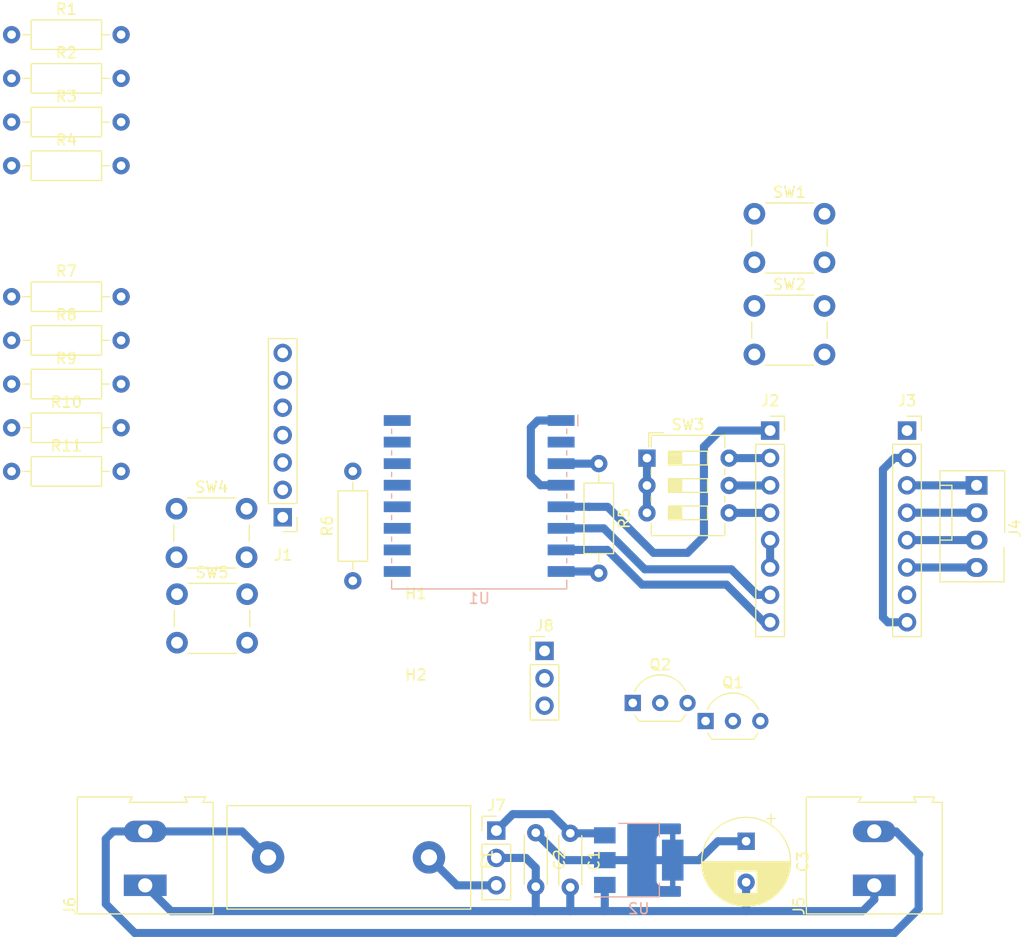
<source format=kicad_pcb>
(kicad_pcb (version 20221018) (generator pcbnew)
  (layers (0 "F.Cu" signal) (31 "B.Cu" signal) (34 "B.Paste" user) (35 "F.Paste" user) (36 "B.SilkS" user "B.Silkscreen") (37 "F.SilkS" user "F.Silkscreen") (38 "B.Mask" user) (39 "F.Mask" user) (44 "Edge.Cuts" user))
  (net 0 "")
  (net 1 "GND")
  (net 2 "VCC")
  (net 3 "+12V")
  (net 4 "ToRX")
  (net 5 "ToTX")
  (net 6 "Sleep")
  (net 7 "Net-(J5-Pin_2)")
  (net 8 "Step")
  (net 9 "Dir")
  (net 10 "Net-(Q1-B)")
  (net 11 "ToRST")
  (net 12 "ToFlash")
  (net 13 "Net-(Q2-B)")
  (net 14 "Net-(U1-EN)")
  (net 15 "Net-(U1-GPIO15)")
  (net 16 "Button1")
  (net 17 "Button2")
  (net 18 "ToHall")
  (net 19 "Net-(SW1-Pad1)")
  (net 21 "Net-(J7-Pin_1)")
  (net 22 "Net-(J1-Pin_1)")
  (net 24 "Net-(J1-Pin_7)")
  (net 25 "Net-(J2-Pin_2)")
  (net 26 "Net-(J2-Pin_3)")
  (net 27 "Net-(J2-Pin_4)")
  (net 28 "Net-(J2-Pin_5)")
  (net 29 "Net-(J3-Pin_3)")
  (net 30 "Net-(J3-Pin_4)")
  (net 31 "Net-(J3-Pin_5)")
  (net 32 "Net-(J3-Pin_6)")
  (net 33 "Net-(J8-Pin_1)")
  (footprint "Resistor_THT:R_Axial_DIN0207_L6.3mm_D2.5mm_P10.16mm_Horizontal" (layer "F.Cu") (at 145.9992 27.7368)
    (fp_text reference "R1" (at 5.08 -2.37) (layer "F.SilkS"))
    (fp_text value "10k")
    (pad "1" thru_hole circle (at 0 0) (size 1.6 1.6) (drill 0.8) (layers "*.Cu" "*.Mask") (net 2 "VCC"))
    (pad "2" thru_hole oval (at 10.16 0) (size 1.6 1.6) (drill 0.8) (layers "*.Cu" "*.Mask") (net 12 "ToFlash"))
  )
  (footprint "Package_TO_SOT_THT:TO-92L_Inline_Wide" (layer "F.Cu") (at 203.6108 89.7158)
    (fp_text reference "Q2" (at 2.54 -3.56) (layer "F.SilkS"))
    (fp_text value "SS8050")
    (pad "1" thru_hole rect (at 0 0) (size 1.5 1.5) (drill 0.8) (layers "*.Cu" "*.Mask") (net 12 "ToFlash"))
    (pad "2" thru_hole circle (at 2.54 0) (size 1.5 1.5) (drill 0.8) (layers "*.Cu" "*.Mask") (net 13 "Net-(Q2-B)"))
    (pad "3" thru_hole circle (at 5.08 0) (size 1.5 1.5) (drill 0.8) (layers "*.Cu" "*.Mask") (net 24 "Net-(J1-Pin_7)"))
  )
  (footprint "Resistor_THT:R_Axial_DIN0207_L6.3mm_D2.5mm_P10.16mm_Horizontal" (layer "F.Cu") (at 145.9992 60.1368)
    (fp_text reference "R9" (at 5.08 -2.37) (layer "F.SilkS"))
    (fp_text value "10k")
    (pad "1" thru_hole circle (at 0 0) (size 1.6 1.6) (drill 0.8) (layers "*.Cu" "*.Mask") (net 18 "ToHall"))
    (pad "2" thru_hole oval (at 10.16 0) (size 1.6 1.6) (drill 0.8) (layers "*.Cu" "*.Mask") (net 1 "GND"))
  )
  (footprint "Resistor_THT:R_Axial_DIN0207_L6.3mm_D2.5mm_P10.16mm_Horizontal" (layer "F.Cu") (at 145.9992 56.0868)
    (fp_text reference "R8" (at 5.08 -2.37) (layer "F.SilkS"))
    (fp_text value "10k")
    (pad "1" thru_hole circle (at 0 0) (size 1.6 1.6) (drill 0.8) (layers "*.Cu" "*.Mask") (net 33 "Net-(J8-Pin_1)"))
    (pad "2" thru_hole oval (at 10.16 0) (size 1.6 1.6) (drill 0.8) (layers "*.Cu" "*.Mask") (net 18 "ToHall"))
  )
  (footprint "TerminalBlock:TerminalBlock_Altech_AK300-2_P5.00mm" (layer "F.Cu") (at 158.3944 106.6292 90)
    (fp_text reference "J6" (at -1.92 -6.99 90) (layer "F.SilkS"))
    (fp_text value "Power Input")
    (pad "1" thru_hole rect (at 0 0 90) (size 1.98 3.96) (drill 1.32) (layers "*.Cu" "*.Mask") (net 1 "GND"))
    (pad "2" thru_hole oval (at 5 0 90) (size 1.98 3.96) (drill 1.32) (layers "*.Cu" "*.Mask") (net 7 "Net-(J5-Pin_2)"))
  )
  (footprint "Connector:FanPinHeader_1x04_P2.54mm_Vertical" (layer "F.Cu") (at 235.4988 69.5302 -90)
    (fp_text reference "J4" (at 4 -3.55 90) (layer "F.SilkS"))
    (fp_text value "Conn_01x04_Socket")
    (pad "" np_thru_hole circle (at 5.08 -2.16) (size 1.1 1.1) (drill 1.1) (layers "*.Cu" "*.Mask"))
    (pad "1" thru_hole rect (at 0 0) (size 2.03 1.73) (drill 1.02) (layers "*.Cu" "*.Mask") (net 29 "Net-(J3-Pin_3)"))
    (pad "2" thru_hole oval (at 2.54 0) (size 2.03 1.73) (drill 1.02) (layers "*.Cu" "*.Mask") (net 30 "Net-(J3-Pin_4)"))
    (pad "3" thru_hole oval (at 5.08 0) (size 2.03 1.73) (drill 1.02) (layers "*.Cu" "*.Mask") (net 31 "Net-(J3-Pin_5)"))
    (pad "4" thru_hole oval (at 7.62 0) (size 2.03 1.73) (drill 1.02) (layers "*.Cu" "*.Mask") (net 32 "Net-(J3-Pin_6)"))
  )
  (footprint "Capacitor_THT:CP_Radial_D8.0mm_P3.80mm" (layer "F.Cu") (at 214.122 102.540549 -90)
    (fp_text reference "C3" (at 1.9 -5.25 90) (layer "F.SilkS"))
    (fp_text value "470u")
    (pad "1" thru_hole rect (at 0 0 270) (size 1.6 1.6) (drill 0.8) (layers "*.Cu" "*.Mask") (net 2 "VCC"))
    (pad "2" thru_hole circle (at 3.8 0 270) (size 1.6 1.6) (drill 0.8) (layers "*.Cu" "*.Mask") (net 1 "GND"))
  )
  (footprint "Package_TO_SOT_THT:TO-92L_Inline_Wide" (layer "F.Cu") (at 210.3628 91.3892)
    (fp_text reference "Q1" (at 2.54 -3.56) (layer "F.SilkS"))
    (fp_text value "SS8050")
    (pad "1" thru_hole rect (at 0 0) (size 1.5 1.5) (drill 0.8) (layers "*.Cu" "*.Mask") (net 22 "Net-(J1-Pin_1)"))
    (pad "2" thru_hole circle (at 2.54 0) (size 1.5 1.5) (drill 0.8) (layers "*.Cu" "*.Mask") (net 10 "Net-(Q1-B)"))
    (pad "3" thru_hole circle (at 5.08 0) (size 1.5 1.5) (drill 0.8) (layers "*.Cu" "*.Mask") (net 11 "ToRST"))
  )
  (footprint "Connector_PinHeader_2.54mm:PinHeader_1x03_P2.54mm_Vertical" (layer "F.Cu") (at 195.4276 84.8868)
    (fp_text reference "J8" (at 0 -2.33) (layer "F.SilkS"))
    (fp_text value "Conn_01x03_Pin")
    (pad "1" thru_hole rect (at 0 0) (size 1.7 1.7) (drill 1) (layers "*.Cu" "*.Mask") (net 33 "Net-(J8-Pin_1)"))
    (pad "2" thru_hole oval (at 0 2.54) (size 1.7 1.7) (drill 1) (layers "*.Cu" "*.Mask") (net 1 "GND"))
    (pad "3" thru_hole oval (at 0 5.08) (size 1.7 1.7) (drill 1) (layers "*.Cu" "*.Mask") (net 2 "VCC"))
  )
  (footprint "Button_Switch_THT:SW_PUSH_6mm" (layer "F.Cu") (at 214.89 52.8948)
    (fp_text reference "SW2" (at 3.25 -2) (layer "F.SilkS"))
    (fp_text value "Reset")
    (pad "1" thru_hole circle (at 0 0 90) (size 2 2) (drill 1.1) (layers "*.Cu" "*.Mask") (net 19 "Net-(SW1-Pad1)"))
    (pad "1" thru_hole circle (at 6.5 0 90) (size 2 2) (drill 1.1) (layers "*.Cu" "*.Mask") (net 19 "Net-(SW1-Pad1)"))
    (pad "2" thru_hole circle (at 0 4.5 90) (size 2 2) (drill 1.1) (layers "*.Cu" "*.Mask") (net 11 "ToRST"))
    (pad "2" thru_hole circle (at 6.5 4.5 90) (size 2 2) (drill 1.1) (layers "*.Cu" "*.Mask") (net 11 "ToRST"))
  )
  (footprint "MyComponents:Fuseholder_Cylinder-5x20mm_Stelvio-Kontek_PTF76_Horizontal_Open" (layer "F.Cu") (at 165.9763 104.0384)
    (fp_text reference "F1" (at 24.13 0.185375 90) (layer "F.SilkS"))
    (fp_text value "5x20")
    (pad "1" thru_hole circle (at 3.81 0) (size 3 3) (drill 1.5) (layers "*.Cu" "*.Mask") (net 7 "Net-(J5-Pin_2)"))
    (pad "2" thru_hole circle (at 18.7325 0) (size 3 3) (drill 1.5) (layers "*.Cu" "*.Mask") (net 3 "+12V"))
  )
  (footprint "Resistor_THT:R_Axial_DIN0207_L6.3mm_D2.5mm_P10.16mm_Horizontal" (layer "F.Cu") (at 200.4568 67.5132 -90)
    (fp_text reference "R5" (at 5.08 -2.37 90) (layer "F.SilkS"))
    (fp_text value "10k")
    (pad "1" thru_hole circle (at 0 0 270) (size 1.6 1.6) (drill 0.8) (layers "*.Cu" "*.Mask") (net 14 "Net-(U1-EN)"))
    (pad "2" thru_hole oval (at 10.16 0 270) (size 1.6 1.6) (drill 0.8) (layers "*.Cu" "*.Mask") (net 2 "VCC"))
  )
  (footprint "Resistor_THT:R_Axial_DIN0207_L6.3mm_D2.5mm_P10.16mm_Horizontal" (layer "F.Cu") (at 177.6476 78.3844 90)
    (fp_text reference "R6" (at 5.08 -2.37 90) (layer "F.SilkS"))
    (fp_text value "10k")
    (pad "1" thru_hole circle (at 0 0 90) (size 1.6 1.6) (drill 0.8) (layers "*.Cu" "*.Mask") (net 15 "Net-(U1-GPIO15)"))
    (pad "2" thru_hole oval (at 10.16 0 90) (size 1.6 1.6) (drill 0.8) (layers "*.Cu" "*.Mask") (net 1 "GND"))
  )
  (footprint "TerminalBlock:TerminalBlock_Altech_AK300-2_P5.00mm" (layer "F.Cu") (at 226.0092 106.6292 90)
    (fp_text reference "J5" (at -1.92 -6.99 90) (layer "F.SilkS"))
    (fp_text value "Power Input")
    (pad "1" thru_hole rect (at 0 0 90) (size 1.98 3.96) (drill 1.32) (layers "*.Cu" "*.Mask") (net 1 "GND"))
    (pad "2" thru_hole oval (at 5 0 90) (size 1.98 3.96) (drill 1.32) (layers "*.Cu" "*.Mask") (net 7 "Net-(J5-Pin_2)"))
  )
  (footprint "Resistor_THT:R_Axial_DIN0207_L6.3mm_D2.5mm_P10.16mm_Horizontal" (layer "F.Cu") (at 145.9992 68.2368)
    (fp_text reference "R11" (at 5.08 -2.37) (layer "F.SilkS"))
    (fp_text value "10k")
    (pad "1" thru_hole circle (at 0 0) (size 1.6 1.6) (drill 0.8) (layers "*.Cu" "*.Mask") (net 17 "Button2"))
    (pad "2" thru_hole oval (at 10.16 0) (size 1.6 1.6) (drill 0.8) (layers "*.Cu" "*.Mask") (net 2 "VCC"))
  )
  (footprint "MountingHole:MountingHole_3mm" (layer "F.Cu") (at 183.49 91.1148)
    (fp_text reference "H2" (at 0 -4) (layer "F.SilkS"))
    (fp_text value "MountingHole")
    (pad "" np_thru_hole circle (at 0 0) (size 3 3) (drill 3) (layers "*.Cu" "*.Mask"))
  )
  (footprint "Button_Switch_THT:SW_DIP_SPSTx03_Slide_6.7x9.18mm_W7.62mm_P2.54mm_LowProfile" (layer "F.Cu") (at 204.9272 67.0052)
    (fp_text reference "SW3" (at 3.81 -3.11) (layer "F.SilkS"))
    (fp_text value "SW_DIP_x03")
    (pad "1" thru_hole rect (at 0 0) (size 1.6 1.6) (drill 0.8) (layers "*.Cu" "*.Mask") (net 2 "VCC"))
    (pad "2" thru_hole oval (at 0 2.54) (size 1.6 1.6) (drill 0.8) (layers "*.Cu" "*.Mask") (net 2 "VCC"))
    (pad "3" thru_hole oval (at 0 5.08) (size 1.6 1.6) (drill 0.8) (layers "*.Cu" "*.Mask") (net 2 "VCC"))
    (pad "4" thru_hole oval (at 7.62 5.08) (size 1.6 1.6) (drill 0.8) (layers "*.Cu" "*.Mask") (net 27 "Net-(J2-Pin_4)"))
    (pad "5" thru_hole oval (at 7.62 2.54) (size 1.6 1.6) (drill 0.8) (layers "*.Cu" "*.Mask") (net 26 "Net-(J2-Pin_3)"))
    (pad "6" thru_hole oval (at 7.62 0) (size 1.6 1.6) (drill 0.8) (layers "*.Cu" "*.Mask") (net 25 "Net-(J2-Pin_2)"))
  )
  (footprint "Resistor_THT:R_Axial_DIN0207_L6.3mm_D2.5mm_P10.16mm_Horizontal" (layer "F.Cu") (at 145.9992 52.0368)
    (fp_text reference "R7" (at 5.08 -2.37) (layer "F.SilkS"))
    (fp_text value "10k")
    (pad "1" thru_hole circle (at 0 0) (size 1.6 1.6) (drill 0.8) (layers "*.Cu" "*.Mask") (net 2 "VCC"))
    (pad "2" thru_hole oval (at 10.16 0) (size 1.6 1.6) (drill 0.8) (layers "*.Cu" "*.Mask") (net 33 "Net-(J8-Pin_1)"))
  )
  (footprint "Capacitor_THT:C_Disc_D4.3mm_W1.9mm_P5.00mm" (layer "F.Cu") (at 194.6148 101.7524 -90)
    (fp_text reference "C2" (at 2.5 -2.2 90) (layer "F.SilkS"))
    (fp_text value "100n")
    (pad "1" thru_hole circle (at 0 0 270) (size 1.6 1.6) (drill 0.8) (layers "*.Cu" "*.Mask") (net 2 "VCC"))
    (pad "2" thru_hole circle (at 5 0 270) (size 1.6 1.6) (drill 0.8) (layers "*.Cu" "*.Mask") (net 1 "GND"))
  )
  (footprint "Button_Switch_THT:SW_PUSH_6mm" (layer "F.Cu") (at 214.89 44.3448)
    (fp_text reference "SW1" (at 3.25 -2) (layer "F.SilkS"))
    (fp_text value "Flash")
    (pad "1" thru_hole circle (at 0 0 90) (size 2 2) (drill 1.1) (layers "*.Cu" "*.Mask") (net 19 "Net-(SW1-Pad1)"))
    (pad "1" thru_hole circle (at 6.5 0 90) (size 2 2) (drill 1.1) (layers "*.Cu" "*.Mask") (net 19 "Net-(SW1-Pad1)"))
    (pad "2" thru_hole circle (at 0 4.5 90) (size 2 2) (drill 1.1) (layers "*.Cu" "*.Mask") (net 12 "ToFlash"))
    (pad "2" thru_hole circle (at 6.5 4.5 90) (size 2 2) (drill 1.1) (layers "*.Cu" "*.Mask") (net 12 "ToFlash"))
  )
  (footprint "Capacitor_THT:C_Disc_D4.3mm_W1.9mm_P5.00mm" (layer "F.Cu") (at 197.8152 101.8032 -90)
    (fp_text reference "C1" (at 2.5 -2.2 90) (layer "F.SilkS"))
    (fp_text value "100n")
    (pad "1" thru_hole circle (at 0 0 270) (size 1.6 1.6) (drill 0.8) (layers "*.Cu" "*.Mask") (net 21 "Net-(J7-Pin_1)"))
    (pad "2" thru_hole circle (at 5 0 270) (size 1.6 1.6) (drill 0.8) (layers "*.Cu" "*.Mask") (net 1 "GND"))
  )
  (footprint "Resistor_THT:R_Axial_DIN0207_L6.3mm_D2.5mm_P10.16mm_Horizontal" (layer "F.Cu") (at 145.9992 31.7868)
    (fp_text reference "R2" (at 5.08 -2.37) (layer "F.SilkS"))
    (fp_text value "10k")
    (pad "1" thru_hole circle (at 0 0) (size 1.6 1.6) (drill 0.8) (layers "*.Cu" "*.Mask") (net 2 "VCC"))
    (pad "2" thru_hole oval (at 10.16 0) (size 1.6 1.6) (drill 0.8) (layers "*.Cu" "*.Mask") (net 11 "ToRST"))
  )
  (footprint "Button_Switch_THT:SW_PUSH_6mm" (layer "F.Cu") (at 161.2924 71.7)
    (fp_text reference "SW4" (at 3.25 -2) (layer "F.SilkS"))
    (fp_text value "Up")
    (pad "1" thru_hole circle (at 0 0 90) (size 2 2) (drill 1.1) (layers "*.Cu" "*.Mask") (net 1 "GND"))
    (pad "1" thru_hole circle (at 6.5 0 90) (size 2 2) (drill 1.1) (layers "*.Cu" "*.Mask") (net 1 "GND"))
    (pad "2" thru_hole circle (at 0 4.5 90) (size 2 2) (drill 1.1) (layers "*.Cu" "*.Mask") (net 16 "Button1"))
    (pad "2" thru_hole circle (at 6.5 4.5 90) (size 2 2) (drill 1.1) (layers "*.Cu" "*.Mask") (net 16 "Button1"))
  )
  (footprint "Button_Switch_THT:SW_PUSH_6mm" (layer "F.Cu") (at 161.3432 79.6248)
    (fp_text reference "SW5" (at 3.25 -2) (layer "F.SilkS"))
    (fp_text value "Down")
    (pad "1" thru_hole circle (at 0 0 90) (size 2 2) (drill 1.1) (layers "*.Cu" "*.Mask") (net 1 "GND"))
    (pad "1" thru_hole circle (at 6.5 0 90) (size 2 2) (drill 1.1) (layers "*.Cu" "*.Mask") (net 1 "GND"))
    (pad "2" thru_hole circle (at 0 4.5 90) (size 2 2) (drill 1.1) (layers "*.Cu" "*.Mask") (net 17 "Button2"))
    (pad "2" thru_hole circle (at 6.5 4.5 90) (size 2 2) (drill 1.1) (layers "*.Cu" "*.Mask") (net 17 "Button2"))
  )
  (footprint "Connector_PinSocket_2.54mm:PinSocket_1x08_P2.54mm_Vertical" (layer "F.Cu") (at 216.3472 64.4502)
    (fp_text reference "J2" (at 0 -2.77) (layer "F.SilkS"))
    (fp_text value "Conn_01x08_Pin")
    (pad "1" thru_hole rect (at 0 0) (size 1.7 1.7) (drill 1) (layers "*.Cu" "*.Mask") (net 6 "Sleep"))
    (pad "2" thru_hole oval (at 0 2.54) (size 1.7 1.7) (drill 1) (layers "*.Cu" "*.Mask") (net 25 "Net-(J2-Pin_2)"))
    (pad "3" thru_hole oval (at 0 5.08) (size 1.7 1.7) (drill 1) (layers "*.Cu" "*.Mask") (net 26 "Net-(J2-Pin_3)"))
    (pad "4" thru_hole oval (at 0 7.62) (size 1.7 1.7) (drill 1) (layers "*.Cu" "*.Mask") (net 27 "Net-(J2-Pin_4)"))
    (pad "5" thru_hole oval (at 0 10.16) (size 1.7 1.7) (drill 1) (layers "*.Cu" "*.Mask") (net 28 "Net-(J2-Pin_5)"))
    (pad "6" thru_hole oval (at 0 12.7) (size 1.7 1.7) (drill 1) (layers "*.Cu" "*.Mask") (net 28 "Net-(J2-Pin_5)"))
    (pad "7" thru_hole oval (at 0 15.24) (size 1.7 1.7) (drill 1) (layers "*.Cu" "*.Mask") (net 8 "Step"))
    (pad "8" thru_hole oval (at 0 17.78) (size 1.7 1.7) (drill 1) (layers "*.Cu" "*.Mask") (net 9 "Dir"))
  )
  (footprint "Resistor_THT:R_Axial_DIN0207_L6.3mm_D2.5mm_P10.16mm_Horizontal" (layer "F.Cu") (at 145.9992 64.1868)
    (fp_text reference "R10" (at 5.08 -2.37) (layer "F.SilkS"))
    (fp_text value "10k")
    (pad "1" thru_hole circle (at 0 0) (size 1.6 1.6) (drill 0.8) (layers "*.Cu" "*.Mask") (net 2 "VCC"))
    (pad "2" thru_hole oval (at 10.16 0) (size 1.6 1.6) (drill 0.8) (layers "*.Cu" "*.Mask") (net 16 "Button1"))
  )
  (footprint "MountingHole:MountingHole_3mm" (layer "F.Cu") (at 183.49 83.5648)
    (fp_text reference "H1" (at 0 -4) (layer "F.SilkS"))
    (fp_text value "MountingHole")
    (pad "" np_thru_hole circle (at 0 0) (size 3 3) (drill 3) (layers "*.Cu" "*.Mask"))
  )
  (footprint "Resistor_THT:R_Axial_DIN0207_L6.3mm_D2.5mm_P10.16mm_Horizontal" (layer "F.Cu") (at 145.9992 39.8868)
    (fp_text reference "R4" (at 5.08 -2.37) (layer "F.SilkS"))
    (fp_text value "10k")
    (pad "1" thru_hole circle (at 0 0) (size 1.6 1.6) (drill 0.8) (layers "*.Cu" "*.Mask") (net 22 "Net-(J1-Pin_1)"))
    (pad "2" thru_hole oval (at 10.16 0) (size 1.6 1.6) (drill 0.8) (layers "*.Cu" "*.Mask") (net 13 "Net-(Q2-B)"))
  )
  (footprint "Connector_PinHeader_2.54mm:PinHeader_1x07_P2.54mm_Vertical" (layer "F.Cu") (at 171.1452 72.4916 180)
    (fp_text reference "J1" (at -0.0508 -3.5052) (layer "F.SilkS"))
    (fp_text value "Conn_01x07_Female")
    (pad "1" thru_hole rect (at 0 0 180) (size 1.7 1.7) (drill 1) (layers "*.Cu" "*.Mask") (net 22 "Net-(J1-Pin_1)"))
    (pad "2" thru_hole oval (at 0 2.54 180) (size 1.7 1.7) (drill 1) (layers "*.Cu" "*.Mask") (net 1 "GND"))
    (pad "3" thru_hole oval (at 0 5.08 180) (size 1.7 1.7) (drill 1) (layers "*.Cu" "*.Mask"))
    (pad "4" thru_hole oval (at 0 7.62 180) (size 1.7 1.7) (drill 1) (layers "*.Cu" "*.Mask") (net 2 "VCC"))
    (pad "5" thru_hole oval (at 0 10.16 180) (size 1.7 1.7) (drill 1) (layers "*.Cu" "*.Mask") (net 4 "ToRX"))
    (pad "6" thru_hole oval (at 0 12.7 180) (size 1.7 1.7) (drill 1) (layers "*.Cu" "*.Mask") (net 5 "ToTX"))
    (pad "7" thru_hole oval (at 0 15.24 180) (size 1.7 1.7) (drill 1) (layers "*.Cu" "*.Mask") (net 24 "Net-(J1-Pin_7)"))
  )
  (footprint "Resistor_THT:R_Axial_DIN0207_L6.3mm_D2.5mm_P10.16mm_Horizontal" (layer "F.Cu") (at 145.9992 35.8368)
    (fp_text reference "R3" (at 5.08 -2.37) (layer "F.SilkS"))
    (fp_text value "10k")
    (pad "1" thru_hole circle (at 0 0) (size 1.6 1.6) (drill 0.8) (layers "*.Cu" "*.Mask") (net 24 "Net-(J1-Pin_7)"))
    (pad "2" thru_hole oval (at 10.16 0) (size 1.6 1.6) (drill 0.8) (layers "*.Cu" "*.Mask") (net 10 "Net-(Q1-B)"))
  )
  (footprint "Connector_PinSocket_2.54mm:PinSocket_1x08_P2.54mm_Vertical" (layer "F.Cu") (at 229.0472 64.4502)
    (fp_text reference "J3" (at 0 -2.77) (layer "F.SilkS"))
    (fp_text value "Conn_01x08_Pin")
    (pad "1" thru_hole rect (at 0 0) (size 1.7 1.7) (drill 1) (layers "*.Cu" "*.Mask") (net 3 "+12V"))
    (pad "2" thru_hole oval (at 0 2.54) (size 1.7 1.7) (drill 1) (layers "*.Cu" "*.Mask") (net 1 "GND"))
    (pad "3" thru_hole oval (at 0 5.08) (size 1.7 1.7) (drill 1) (layers "*.Cu" "*.Mask") (net 29 "Net-(J3-Pin_3)"))
    (pad "4" thru_hole oval (at 0 7.62) (size 1.7 1.7) (drill 1) (layers "*.Cu" "*.Mask") (net 30 "Net-(J3-Pin_4)"))
    (pad "5" thru_hole oval (at 0 10.16) (size 1.7 1.7) (drill 1) (layers "*.Cu" "*.Mask") (net 31 "Net-(J3-Pin_5)"))
    (pad "6" thru_hole oval (at 0 12.7) (size 1.7 1.7) (drill 1) (layers "*.Cu" "*.Mask") (net 32 "Net-(J3-Pin_6)"))
    (pad "7" thru_hole oval (at 0 15.24) (size 1.7 1.7) (drill 1) (layers "*.Cu" "*.Mask") (net 2 "VCC"))
    (pad "8" thru_hole oval (at 0 17.78) (size 1.7 1.7) (drill 1) (layers "*.Cu" "*.Mask") (net 1 "GND"))
  )
  (footprint "Connector_PinHeader_2.54mm:PinHeader_1x03_P2.54mm_Vertical" (layer "F.Cu") (at 190.9572 101.5492)
    (fp_text reference "J7" (at 0 -2.33) (layer "F.SilkS"))
    (fp_text value "Conn_01x03_Pin")
    (pad "1" thru_hole rect (at 0 0) (size 1.7 1.7) (drill 1) (layers "*.Cu" "*.Mask") (net 21 "Net-(J7-Pin_1)"))
    (pad "2" thru_hole oval (at 0 2.54) (size 1.7 1.7) (drill 1) (layers "*.Cu" "*.Mask") (net 1 "GND"))
    (pad "3" thru_hole oval (at 0 5.08) (size 1.7 1.7) (drill 1) (layers "*.Cu" "*.Mask") (net 3 "+12V"))
  )
  (footprint "RF_Module:ESP-07" (layer "B.Cu") (at 189.365 68.4198 180)
    (fp_text reference "U1" (at 0 -11.6) (layer "B.SilkS") (effects (justify mirror)))
    (fp_text value "ESP-07")
    (pad "1" smd rect (at -7.6 4.9 180) (size 2.5 1) (layers "B.Cu" "B.Paste" "B.Mask") (net 11 "ToRST"))
    (pad "2" smd rect (at -7.6 2.9 180) (size 2.5 1) (layers "B.Cu" "B.Paste" "B.Mask") (net 18 "ToHall"))
    (pad "3" smd rect (at -7.6 0.9 180) (size 2.5 1) (layers "B.Cu" "B.Paste" "B.Mask") (net 14 "Net-(U1-EN)"))
    (pad "4" smd rect (at -7.6 -1.1 180) (size 2.5 1) (layers "B.Cu" "B.Paste" "B.Mask") (net 11 "ToRST"))
    (pad "5" smd rect (at -7.6 -3.1 180) (size 2.5 1) (layers "B.Cu" "B.Paste" "B.Mask") (net 6 "Sleep"))
    (pad "6" smd rect (at -7.6 -5.1 180) (size 2.5 1) (layers "B.Cu" "B.Paste" "B.Mask") (net 8 "Step"))
    (pad "7" smd rect (at -7.6 -7.1 180) (size 2.5 1) (layers "B.Cu" "B.Paste" "B.Mask") (net 9 "Dir"))
    (pad "8" smd rect (at -7.6 -9.1 180) (size 2.5 1) (layers "B.Cu" "B.Paste" "B.Mask") (net 2 "VCC"))
    (pad "9" smd rect (at 7.6 -9.1 180) (size 2.5 1) (layers "B.Cu" "B.Paste" "B.Mask") (net 1 "GND"))
    (pad "10" smd rect (at 7.6 -7.1 180) (size 2.5 1) (layers "B.Cu" "B.Paste" "B.Mask") (net 15 "Net-(U1-GPIO15)"))
    (pad "11" smd rect (at 7.6 -5.1 180) (size 2.5 1) (layers "B.Cu" "B.Paste" "B.Mask"))
    (pad "12" smd rect (at 7.6 -3.1 180) (size 2.5 1) (layers "B.Cu" "B.Paste" "B.Mask") (net 12 "ToFlash"))
    (pad "13" smd rect (at 7.6 -1.1 180) (size 2.5 1) (layers "B.Cu" "B.Paste" "B.Mask") (net 17 "Button2"))
    (pad "14" smd rect (at 7.6 0.9 180) (size 2.5 1) (layers "B.Cu" "B.Paste" "B.Mask") (net 16 "Button1"))
    (pad "15" smd rect (at 7.6 2.9 180) (size 2.5 1) (layers "B.Cu" "B.Paste" "B.Mask") (net 4 "ToRX"))
    (pad "16" smd rect (at 7.6 4.9 180) (size 2.5 1) (layers "B.Cu" "B.Paste" "B.Mask") (net 5 "ToTX"))
    (zone (net 0) (net_name "") (layers "*.Cu") (connect_pads (clearance 0)) (min_thickness 0.254)
      (keepout (tracks not_allowed) (vias not_allowed) (pads not_allowed) (copperpour not_allowed) (footprints not_allowed))
      (fill (thermal_gap 0.508) (thermal_bridge_width 0.508))
      (polygon (pts (xy 212.365 62.4198) (xy 166.365 62.4198) (xy 166.365 42.8198) (xy 212.365 42.8198)))
    )
  )
  (footprint "Package_TO_SOT_SMD:SOT-223-3_TabPin2" (layer "B.Cu") (at 204.1652 104.2924)
    (fp_text reference "U2" (at 0 4.5) (layer "B.SilkS") (effects (justify mirror)))
    (fp_text value "AMS1117-3.3")
    (pad "1" smd rect (at -3.15 2.3) (size 2 1.5) (layers "B.Cu" "B.Paste" "B.Mask") (net 1 "GND"))
    (pad "2" smd rect (at -3.15 0) (size 2 1.5) (layers "B.Cu" "B.Paste" "B.Mask") (net 2 "VCC"))
    (pad "2" smd rect (at 3.15 0) (size 2 3.8) (layers "B.Cu" "B.Paste" "B.Mask") (net 2 "VCC"))
    (pad "3" smd rect (at -3.15 -2.3) (size 2 1.5) (layers "B.Cu" "B.Paste" "B.Mask") (net 21 "Net-(J7-Pin_1)"))
  )
  (segment (start 226.0092 107.95) (end 226.0092 106.6292) (width 0.75) (layer "B.Cu") (net 1))
  (segment (start 158.3944 106.6292) (end 160.782 109.0168) (width 0.75) (layer "B.Cu") (net 1))
  (segment (start 201.0152 108.9156) (end 200.914 109.0168) (width 0.75) (layer "B.Cu") (net 1))
  (segment (start 201.0152 106.5924) (end 201.0152 108.9156) (width 0.75) (layer "B.Cu") (net 1))
  (segment (start 224.9424 109.0168) (end 226.0092 107.95) (width 0.75) (layer "B.Cu") (net 1))
  (segment (start 160.782 109.0168) (end 194.564 109.0168) (width 0.75) (layer "B.Cu") (net 1))
  (segment (start 229.0472 82.2302) (end 227.2692 82.2302) (width 0.75) (layer "B.Cu") (net 1))
  (segment (start 226.812 68.057) (end 227.8788 66.9902) (width 0.75) (layer "B.Cu") (net 1))
  (segment (start 227.8788 66.9902) (end 229.0472 66.9902) (width 0.75) (layer "B.Cu") (net 1))
  (segment (start 227.2692 82.2302) (end 226.812 81.773) (width 0.75) (layer "B.Cu") (net 1))
  (segment (start 197.8152 109.0168) (end 200.914 109.0168) (width 0.75) (layer "B.Cu") (net 1))
  (segment (start 194.6148 105.0036) (end 194.6148 106.7524) (width 0.75) (layer "B.Cu") (net 1))
  (segment (start 214.122 106.340549) (end 214.122 109.0168) (width 0.75) (layer "B.Cu") (net 1))
  (segment (start 200.914 109.0168) (end 214.122 109.0168) (width 0.75) (layer "B.Cu") (net 1))
  (segment (start 214.122 109.0168) (end 224.9424 109.0168) (width 0.75) (layer "B.Cu") (net 1))
  (segment (start 193.7004 104.0892) (end 194.6148 105.0036) (width 0.75) (layer "B.Cu") (net 1))
  (segment (start 194.6148 106.7524) (end 194.6148 108.966) (width 0.75) (layer "B.Cu") (net 1))
  (segment (start 190.9572 104.0892) (end 193.7004 104.0892) (width 0.75) (layer "B.Cu") (net 1))
  (segment (start 194.6148 108.966) (end 194.564 109.0168) (width 0.75) (layer "B.Cu") (net 1))
  (segment (start 197.8152 106.8032) (end 197.8152 109.0168) (width 0.75) (layer "B.Cu") (net 1))
  (segment (start 194.564 109.0168) (end 197.8152 109.0168) (width 0.75) (layer "B.Cu") (net 1))
  (segment (start 226.812 81.773) (end 226.812 68.057) (width 0.75) (layer "B.Cu") (net 1))
  (segment (start 201.0152 104.2924) (end 207.3152 104.2924) (width 0.75) (layer "B.Cu") (net 2))
  (segment (start 211.505051 102.540549) (end 214.122 102.540549) (width 0.75) (layer "B.Cu") (net 2))
  (segment (start 194.6148 101.7524) (end 197.1548 104.2924) (width 0.75) (layer "B.Cu") (net 2))
  (segment (start 197.1548 104.2924) (end 201.0152 104.2924) (width 0.75) (layer "B.Cu") (net 2))
  (segment (start 209.7532 104.2924) (end 211.505051 102.540549) (width 0.75) (layer "B.Cu") (net 2))
  (segment (start 200.3034 77.5198) (end 200.4568 77.6732) (width 0.75) (layer "B.Cu") (net 2))
  (segment (start 207.3152 104.2924) (end 209.7532 104.2924) (width 0.75) (layer "B.Cu") (net 2))
  (segment (start 196.965 77.5198) (end 200.3034 77.5198) (width 0.75) (layer "B.Cu") (net 2))
  (segment (start 204.9272 67.0052) (end 204.9272 72.0852) (width 0.75) (layer "B.Cu") (net 2))
  (segment (start 187.2996 106.6292) (end 190.9572 106.6292) (width 0.75) (layer "B.Cu") (net 3))
  (segment (start 184.7088 104.0384) (end 187.2996 106.6292) (width 0.75) (layer "B.Cu") (net 3))
  (segment (start 199.5472 71.5198) (end 199.5538 71.5264) (width 0.75) (layer "B.Cu") (net 6))
  (segment (start 208.6864 75.7936) (end 210.2104 74.2696) (width 0.75) (layer "B.Cu") (net 6))
  (segment (start 210.2104 65.9384) (end 211.6986 64.4502) (width 0.75) (layer "B.Cu") (net 6))
  (segment (start 210.2104 74.2696) (end 210.2104 65.9384) (width 0.75) (layer "B.Cu") (net 6))
  (segment (start 211.6986 64.4502) (end 216.3472 64.4502) (width 0.75) (layer "B.Cu") (net 6))
  (segment (start 201.2696 71.5264) (end 205.5368 75.7936) (width 0.75) (layer "B.Cu") (net 6))
  (segment (start 196.965 71.5198) (end 199.5472 71.5198) (width 0.75) (layer "B.Cu") (net 6))
  (segment (start 199.5538 71.5264) (end 201.2696 71.5264) (width 0.75) (layer "B.Cu") (net 6))
  (segment (start 205.5368 75.7936) (end 208.6864 75.7936) (width 0.75) (layer "B.Cu") (net 6))
  (segment (start 154.7368 102.3112) (end 155.4188 101.6292) (width 0.75) (layer "B.Cu") (net 7))
  (segment (start 226.0092 101.6292) (end 228.0196 101.6292) (width 0.75) (layer "B.Cu") (net 7))
  (segment (start 158.3944 101.6292) (end 167.3771 101.6292) (width 0.75) (layer "B.Cu") (net 7))
  (segment (start 230.124 103.8352) (end 230.124 108.8136) (width 0.75) (layer "B.Cu") (net 7))
  (segment (start 230.124 108.8136) (end 227.8888 111.0488) (width 0.75) (layer "B.Cu") (net 7))
  (segment (start 154.7368 108.3564) (end 154.7368 102.3112) (width 0.75) (layer "B.Cu") (net 7))
  (segment (start 227.8888 111.0488) (end 157.4292 111.0488) (width 0.75) (layer "B.Cu") (net 7))
  (segment (start 228.0196 101.6292) (end 230.1748 103.7844) (width 0.75) (layer "B.Cu") (net 7))
  (segment (start 157.4292 111.0488) (end 154.7368 108.3564) (width 0.75) (layer "B.Cu") (net 7))
  (segment (start 230.1748 103.7844) (end 230.124 103.8352) (width 0.75) (layer "B.Cu") (net 7))
  (segment (start 155.4188 101.6292) (end 158.3944 101.6292) (width 0.75) (layer "B.Cu") (net 7))
  (segment (start 167.3771 101.6292) (end 169.7863 104.0384) (width 0.75) (layer "B.Cu") (net 7))
  (segment (start 215.123 79.6902) (end 216.3472 79.6902) (width 0.75) (layer "B.Cu") (net 8))
  (segment (start 196.965 73.5198) (end 200.9262 73.5198) (width 0.75) (layer "B.Cu") (net 8))
  (segment (start 200.9262 73.5198) (end 204.724 77.3176) (width 0.75) (layer "B.Cu") (net 8))
  (segment (start 204.724 77.3176) (end 212.7504 77.3176) (width 0.75) (layer "B.Cu") (net 8))
  (segment (start 212.7504 77.3176) (end 215.123 79.6902) (width 0.75) (layer "B.Cu") (net 8))
  (segment (start 196.965 75.5198) (end 201.2498 75.5198) (width 0.75) (layer "B.Cu") (net 9))
  (segment (start 204.47 78.74) (end 212.2932 78.74) (width 0.75) (layer "B.Cu") (net 9))
  (segment (start 215.7834 82.2302) (end 216.3472 82.2302) (width 0.75) (layer "B.Cu") (net 9))
  (segment (start 201.2498 75.5198) (end 204.47 78.74) (width 0.75) (layer "B.Cu") (net 9))
  (segment (start 212.2932 78.74) (end 215.7834 82.2302) (width 0.75) (layer "B.Cu") (net 9))
  (segment (start 194.1576 64.1604) (end 194.1576 68.6308) (width 0.75) (layer "B.Cu") (net 11))
  (segment (start 196.965 63.5198) (end 194.7982 63.5198) (width 0.75) (layer "B.Cu") (net 11))
  (segment (start 194.1576 68.6308) (end 195.0466 69.5198) (width 0.75) (layer "B.Cu") (net 11))
  (segment (start 194.7982 63.5198) (end 194.1576 64.1604) (width 0.75) (layer "B.Cu") (net 11))
  (segment (start 195.0466 69.5198) (end 196.965 69.5198) (width 0.75) (layer "B.Cu") (net 11))
  (segment (start 196.965 67.5198) (end 200.4502 67.5198) (width 0.75) (layer "B.Cu") (net 14))
  (segment (start 200.4502 67.5198) (end 200.4568 67.5132) (width 0.75) (layer "B.Cu") (net 14))
  (segment (start 190.9572 101.5492) (end 192.4812 100.0252) (width 0.75) (layer "B.Cu") (net 21))
  (segment (start 196.0372 100.0252) (end 197.8152 101.8032) (width 0.75) (layer "B.Cu") (net 21))
  (segment (start 200.826 101.8032) (end 201.0152 101.9924) (width 0.75) (layer "B.Cu") (net 21))
  (segment (start 197.8152 101.8032) (end 200.826 101.8032) (width 0.75) (layer "B.Cu") (net 21))
  (segment (start 192.4812 100.0252) (end 196.0372 100.0252) (width 0.75) (layer "B.Cu") (net 21))
  (segment (start 216.3322 67.0052) (end 216.3472 66.9902) (width 0.75) (layer "B.Cu") (net 25))
  (segment (start 212.5472 67.0052) (end 216.3322 67.0052) (width 0.75) (layer "B.Cu") (net 25))
  (segment (start 216.3322 69.5452) (end 216.3472 69.5302) (width 0.75) (layer "B.Cu") (net 26))
  (segment (start 212.5472 69.5452) (end 216.3322 69.5452) (width 0.75) (layer "B.Cu") (net 26))
  (segment (start 216.3322 72.0852) (end 216.3472 72.0702) (width 0.75) (layer "B.Cu") (net 27))
  (segment (start 212.5472 72.0852) (end 216.3322 72.0852) (width 0.75) (layer "B.Cu") (net 27))
  (segment (start 216.3472 74.6102) (end 216.3472 77.1502) (width 0.75) (layer "B.Cu") (net 28))
  (segment (start 235.4988 69.5302) (end 229.0472 69.5302) (width 0.75) (layer "B.Cu") (net 29))
  (segment (start 229.0472 72.0702) (end 235.4988 72.0702) (width 0.75) (layer "B.Cu") (net 30))
  (segment (start 235.4988 74.6102) (end 229.0472 74.6102) (width 0.75) (layer "B.Cu") (net 31))
  (segment (start 229.0472 77.1502) (end 235.4988 77.1502) (width 0.75) (layer "B.Cu") (net 32))
  (zone (net 2) (net_name "VCC") (layer "B.Cu") (name "VCC") (connect_pads (clearance 0.5)) (min_thickness 0.25) (fill yes (thermal_gap 0.5) (thermal_bridge_width 0.5))
    (polygon (pts (xy 203.0984 100.8888) (xy 208.0768 100.8888) (xy 208.0768 107.696) (xy 203.0984 107.696) (xy 203.0984 100.9396)))
  )
)
</source>
